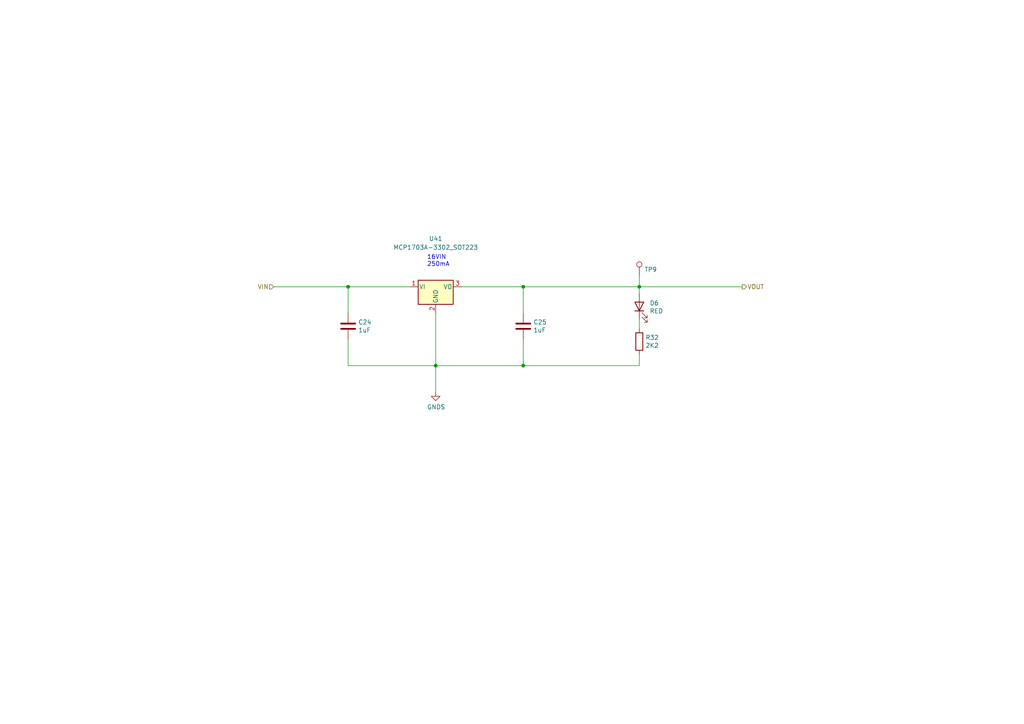
<source format=kicad_sch>
(kicad_sch (version 20211123) (generator eeschema)
  (paper "A4")
  (title_block (title "PSU - LDO 3.3V @ 250mA") (date "2021-06-05") (rev "B") (company "Created by C Sutton"))
  (lib_symbols
    (symbol "Connector:TestPoint" (pin_numbers hide) (pin_names (offset 0.762) hide)
      (property "Reference" "TP" (at 0 6.858 0))
      (property "Value" "TestPoint" (at 0 5.08 0))
      (symbol "TestPoint_0_1"
        (circle (center 0 3.302) (radius 0.762))
      )
      (symbol "TestPoint_1_1"
        (pin passive line (at 0 0 90) (length 2.54) (name "1") (number "1"))
      )
    )
    (symbol "Device:C" (pin_numbers hide) (pin_names (offset 0.254))
      (property "Reference" "C" (at 0.635 2.54 0))
      (property "Value" "C" (at 0.635 -2.54 0))
      (symbol "C_0_1"
        (polyline (pts (xy -2.032 -0.762) (xy 2.032 -0.762)) (stroke (width 0.508)))
        (polyline (pts (xy -2.032 0.762) (xy 2.032 0.762)) (stroke (width 0.508)))
      )
      (symbol "C_1_1"
        (pin passive line (at 0 3.81 270) (length 2.794) (name "~") (number "1"))
        (pin passive line (at 0 -3.81 90) (length 2.794) (name "~") (number "2"))
      )
    )
    (symbol "Device:LED" (pin_numbers hide) (pin_names (offset 1.016) hide)
      (property "Reference" "D" (at 0 2.54 0))
      (property "Value" "LED" (at 0 -2.54 0))
      (symbol "LED_0_1"
        (polyline (pts (xy -1.27 -1.27) (xy -1.27 1.27)) (stroke (width 0.254)))
        (polyline (pts (xy -1.27 0) (xy 1.27 0)))
        (polyline (pts (xy 1.27 -1.27) (xy 1.27 1.27) (xy -1.27 0) (xy 1.27 -1.27)) (stroke (width 0.254)))
        (polyline (pts (xy -3.048 -0.762) (xy -4.572 -2.286) (xy -3.81 -2.286) (xy -4.572 -2.286) (xy -4.572 -1.524)))
        (polyline (pts (xy -1.778 -0.762) (xy -3.302 -2.286) (xy -2.54 -2.286) (xy -3.302 -2.286) (xy -3.302 -1.524)))
      )
      (symbol "LED_1_1"
        (pin passive line (at -3.81 0 0) (length 2.54) (name "K") (number "1"))
        (pin passive line (at 3.81 0 180) (length 2.54) (name "A") (number "2"))
      )
    )
    (symbol "Device:R" (pin_numbers hide) (pin_names (offset 0))
      (property "Reference" "R" (at 2.032 0 90))
      (property "Value" "R" (at 0 0 90))
      (symbol "R_0_1"
        (rectangle (start -1.016 -2.54) (end 1.016 2.54) (stroke (width 0.254)))
      )
      (symbol "R_1_1"
        (pin passive line (at 0 3.81 270) (length 1.27) (name "~") (number "1"))
        (pin passive line (at 0 -3.81 90) (length 1.27) (name "~") (number "2"))
      )
    )
    (symbol "Regulator_Linear:MCP1703A-3302_SOT223" (pin_names (offset 0.254))
      (property "Reference" "U" (at -3.81 3.175 0))
      (property "Value" "MCP1703A-3302_SOT223" (at 0 3.175 0))
      (symbol "MCP1703A-3302_SOT223_0_1"
        (rectangle (start -5.08 -5.08) (end 5.08 1.905) (stroke (width 0.254)) (fill (type background)))
      )
      (symbol "MCP1703A-3302_SOT223_1_1"
        (pin power_in line (at -7.62 0 0) (length 2.54) (name "VI") (number "1"))
        (pin power_in line (at 0 -7.62 90) (length 2.54) (name "GND") (number "2"))
        (pin power_out line (at 7.62 0 180) (length 2.54) (name "VO") (number "3"))
      )
    )
    (symbol "power:GNDS" (power) (pin_names (offset 0))
      (property "Value" "GNDS" (at 0 -3.81 0))
      (symbol "GNDS_0_1"
        (polyline (pts (xy 0 0) (xy 0 -1.27) (xy 1.27 -1.27) (xy 0 -2.54) (xy -1.27 -1.27) (xy 0 -1.27)))
      )
      (symbol "GNDS_1_1"
        (pin power_in line (at 0 0 270) (length 0) hide (name "GNDS") (number "1"))
      )
    )
  )
  (junction (at 185.42 83.185))
  (junction (at 100.965 83.185))
  (junction (at 126.365 106.045))
  (junction (at 151.765 83.185))
  (junction (at 151.765 106.045))
  (wire (pts (xy 185.42 83.185) (xy 215.265 83.185)))
  (wire (pts (xy 126.365 106.045) (xy 151.765 106.045)))
  (wire (pts (xy 118.745 83.185) (xy 100.965 83.185)))
  (wire (pts (xy 133.985 83.185) (xy 151.765 83.185)))
  (wire (pts (xy 100.965 83.185) (xy 100.965 90.805)))
  (wire (pts (xy 151.765 90.805) (xy 151.765 83.185)))
  (wire (pts (xy 151.765 106.045) (xy 151.765 98.425)))
  (wire (pts (xy 185.42 102.87) (xy 185.42 106.045)))
  (wire (pts (xy 185.42 95.25) (xy 185.42 92.71)))
  (wire (pts (xy 151.765 83.185) (xy 185.42 83.185)))
  (wire (pts (xy 100.965 98.425) (xy 100.965 106.045)))
  (wire (pts (xy 79.375 83.185) (xy 100.965 83.185)))
  (wire (pts (xy 185.42 83.185) (xy 185.42 80.01)))
  (wire (pts (xy 100.965 106.045) (xy 126.365 106.045)))
  (wire (pts (xy 126.365 90.805) (xy 126.365 106.045)))
  (wire (pts (xy 185.42 85.09) (xy 185.42 83.185)))
  (wire (pts (xy 126.365 106.045) (xy 126.365 113.665)))
  (wire (pts (xy 185.42 106.045) (xy 151.765 106.045)))
  (text "16VIN\n250mA" (at 123.825 77.47 0) (effects (font (size 1.27 1.27)) (justify left bottom)))
  (hierarchical_label "VIN" (shape input) (at 79.375 83.185 180))
  (hierarchical_label "VOUT" (shape output) (at 215.265 83.185 0))
  (symbol (lib_id "Device:LED") (at 185.42 88.9 90) (unit 1)
    (property "Reference" "D6" (at 188.4172 87.9094 90) (effects (justify right)))
    (property "Value" "RED" (at 188.4172 90.2208 90) (effects (justify right)))
    (property "Footprint" "LED_SMD:LED_0805_2012Metric_Pad1.15x1.40mm_HandSolder" (effects hide))
    (property "LcscNo" "C2293" (effects hide))
  )
  (symbol (lib_id "Device:R") (at 185.42 99.06 0) (unit 1)
    (property "Reference" "R32" (at 187.198 97.8916 0) (effects (justify left)))
    (property "Value" "2K2" (at 187.198 100.203 0) (effects (justify left)))
    (property "Footprint" "Resistor_SMD:R_0805_2012Metric_Pad1.20x1.40mm_HandSolder" (effects hide))
  )
  (symbol (lib_id "Connector:TestPoint") (at 185.42 80.01 0) (unit 1)
    (property "Reference" "TP9" (at 186.8932 78.1812 0) (effects (justify left)))
    (property "Value" "TestPoint" (effects hide))
    (property "Footprint" "TestPoint:TestPoint_Pad_D1.0mm" (effects hide))
  )
  (symbol (lib_id "Regulator_Linear:MCP1703A-3302_SOT223") (at 126.365 83.185 0) (unit 1)
    (property "Reference" "U41" (at 126.365 69.215 0))
    (property "Value" "MCP1703A-3302_SOT223" (at 126.365 71.755 0))
    (property "Footprint" "Package_TO_SOT_SMD:SOT-223-3_TabPin2" (effects hide))
    (property "Datasheet" "http://ww1.microchip.com/downloads/en/DeviceDoc/20005122B.pdf" (effects hide))
  )
  (symbol (lib_id "Device:C") (at 100.965 94.615 0) (unit 1)
    (property "Reference" "C24" (at 103.886 93.4466 0) (effects (justify left)))
    (property "Value" "1uF" (at 103.886 95.758 0) (effects (justify left)))
    (property "Footprint" "Capacitor_SMD:C_0805_2012Metric_Pad1.18x1.45mm_HandSolder" (effects hide))
  )
  (symbol (lib_id "Device:C") (at 151.765 94.615 0) (unit 1)
    (property "Reference" "C25" (at 154.686 93.4466 0) (effects (justify left)))
    (property "Value" "1uF" (at 154.686 95.758 0) (effects (justify left)))
    (property "Footprint" "Capacitor_SMD:C_0805_2012Metric_Pad1.18x1.45mm_HandSolder" (effects hide))
  )
  (symbol (lib_id "power:GNDS") (at 126.365 113.665 0) (unit 1)
    (property "Reference" "#PWR0105" (effects hide))
    (property "Value" "GNDS" (at 126.492 118.0592 0))
  )
)
</source>
